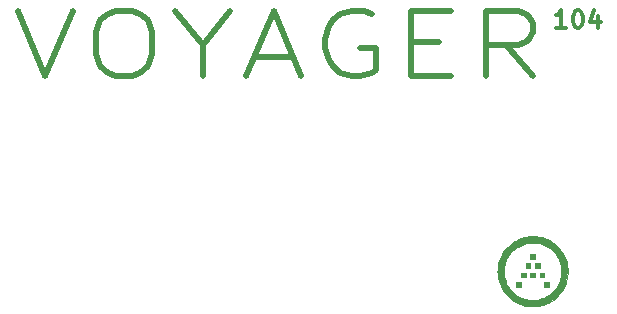
<source format=gto>
G04 #@! TF.GenerationSoftware,KiCad,Pcbnew,(5.0.0)*
G04 #@! TF.CreationDate,2019-02-16T19:44:34-08:00*
G04 #@! TF.ProjectId,Voyager104,566F79616765723130342E6B69636164,rev?*
G04 #@! TF.SameCoordinates,Original*
G04 #@! TF.FileFunction,Legend,Top*
G04 #@! TF.FilePolarity,Positive*
%FSLAX46Y46*%
G04 Gerber Fmt 4.6, Leading zero omitted, Abs format (unit mm)*
G04 Created by KiCad (PCBNEW (5.0.0)) date 02/16/19 19:44:34*
%MOMM*%
%LPD*%
G01*
G04 APERTURE LIST*
%ADD10C,0.300000*%
%ADD11C,0.500000*%
%ADD12C,0.010000*%
%ADD13C,2.150000*%
%ADD14C,4.387800*%
%ADD15C,3.448000*%
%ADD16O,1.400000X2.000000*%
%ADD17O,1.400000X2.500000*%
%ADD18C,1.050000*%
%ADD19C,2.101800*%
G04 APERTURE END LIST*
D10*
X379079250Y-100056071D02*
X378222107Y-100056071D01*
X378650678Y-100056071D02*
X378650678Y-98556071D01*
X378507821Y-98770357D01*
X378364964Y-98913214D01*
X378222107Y-98984642D01*
X380007821Y-98556071D02*
X380150678Y-98556071D01*
X380293535Y-98627500D01*
X380364964Y-98698928D01*
X380436392Y-98841785D01*
X380507821Y-99127500D01*
X380507821Y-99484642D01*
X380436392Y-99770357D01*
X380364964Y-99913214D01*
X380293535Y-99984642D01*
X380150678Y-100056071D01*
X380007821Y-100056071D01*
X379864964Y-99984642D01*
X379793535Y-99913214D01*
X379722107Y-99770357D01*
X379650678Y-99484642D01*
X379650678Y-99127500D01*
X379722107Y-98841785D01*
X379793535Y-98698928D01*
X379864964Y-98627500D01*
X380007821Y-98556071D01*
X381793535Y-99056071D02*
X381793535Y-100056071D01*
X381436392Y-98484642D02*
X381079250Y-99556071D01*
X382007821Y-99556071D01*
D11*
X332639583Y-98588095D02*
X334972916Y-104088095D01*
X337306250Y-98588095D01*
X340972916Y-98588095D02*
X342306250Y-98588095D01*
X342972916Y-98850000D01*
X343639583Y-99373809D01*
X343972916Y-100421428D01*
X343972916Y-102254761D01*
X343639583Y-103302380D01*
X342972916Y-103826190D01*
X342306250Y-104088095D01*
X340972916Y-104088095D01*
X340306250Y-103826190D01*
X339639583Y-103302380D01*
X339306250Y-102254761D01*
X339306250Y-100421428D01*
X339639583Y-99373809D01*
X340306250Y-98850000D01*
X340972916Y-98588095D01*
X348306250Y-101469047D02*
X348306250Y-104088095D01*
X345972916Y-98588095D02*
X348306250Y-101469047D01*
X350639583Y-98588095D01*
X352639583Y-102516666D02*
X355972916Y-102516666D01*
X351972916Y-104088095D02*
X354306250Y-98588095D01*
X356639583Y-104088095D01*
X362639583Y-98850000D02*
X361972916Y-98588095D01*
X360972916Y-98588095D01*
X359972916Y-98850000D01*
X359306250Y-99373809D01*
X358972916Y-99897619D01*
X358639583Y-100945238D01*
X358639583Y-101730952D01*
X358972916Y-102778571D01*
X359306250Y-103302380D01*
X359972916Y-103826190D01*
X360972916Y-104088095D01*
X361639583Y-104088095D01*
X362639583Y-103826190D01*
X362972916Y-103564285D01*
X362972916Y-101730952D01*
X361639583Y-101730952D01*
X365972916Y-101207142D02*
X368306250Y-101207142D01*
X369306250Y-104088095D02*
X365972916Y-104088095D01*
X365972916Y-98588095D01*
X369306250Y-98588095D01*
X376306250Y-104088095D02*
X373972916Y-101469047D01*
X372306250Y-104088095D02*
X372306250Y-98588095D01*
X374972916Y-98588095D01*
X375639583Y-98850000D01*
X375972916Y-99111904D01*
X376306250Y-99635714D01*
X376306250Y-100421428D01*
X375972916Y-100945238D01*
X375639583Y-101207142D01*
X374972916Y-101469047D01*
X372306250Y-101469047D01*
D12*
G04 #@! TO.C,G\002A\002A\002A*
G36*
X376428000Y-119570500D02*
X376023188Y-119570500D01*
X376023188Y-119165688D01*
X376428000Y-119165688D01*
X376428000Y-119570500D01*
X376428000Y-119570500D01*
G37*
X376428000Y-119570500D02*
X376023188Y-119570500D01*
X376023188Y-119165688D01*
X376428000Y-119165688D01*
X376428000Y-119570500D01*
G36*
X376832813Y-120356313D02*
X376428000Y-120356313D01*
X376428000Y-119975313D01*
X376832813Y-119975313D01*
X376832813Y-120356313D01*
X376832813Y-120356313D01*
G37*
X376832813Y-120356313D02*
X376428000Y-120356313D01*
X376428000Y-119975313D01*
X376832813Y-119975313D01*
X376832813Y-120356313D01*
G36*
X376023188Y-120356313D02*
X375642188Y-120356313D01*
X375642188Y-119975313D01*
X376023188Y-119975313D01*
X376023188Y-120356313D01*
X376023188Y-120356313D01*
G37*
X376023188Y-120356313D02*
X375642188Y-120356313D01*
X375642188Y-119975313D01*
X376023188Y-119975313D01*
X376023188Y-120356313D01*
G36*
X377213813Y-121165938D02*
X376832813Y-121165938D01*
X376832813Y-120761125D01*
X377213813Y-120761125D01*
X377213813Y-121165938D01*
X377213813Y-121165938D01*
G37*
X377213813Y-121165938D02*
X376832813Y-121165938D01*
X376832813Y-120761125D01*
X377213813Y-120761125D01*
X377213813Y-121165938D01*
G36*
X376428000Y-121165938D02*
X376023188Y-121165938D01*
X376023188Y-120761125D01*
X376428000Y-120761125D01*
X376428000Y-121165938D01*
X376428000Y-121165938D01*
G37*
X376428000Y-121165938D02*
X376023188Y-121165938D01*
X376023188Y-120761125D01*
X376428000Y-120761125D01*
X376428000Y-121165938D01*
G36*
X375642188Y-121165938D02*
X375237375Y-121165938D01*
X375237375Y-120761125D01*
X375642188Y-120761125D01*
X375642188Y-121165938D01*
X375642188Y-121165938D01*
G37*
X375642188Y-121165938D02*
X375237375Y-121165938D01*
X375237375Y-120761125D01*
X375642188Y-120761125D01*
X375642188Y-121165938D01*
G36*
X377618625Y-121951750D02*
X377213813Y-121951750D01*
X377213813Y-121546938D01*
X377618625Y-121546938D01*
X377618625Y-121951750D01*
X377618625Y-121951750D01*
G37*
X377618625Y-121951750D02*
X377213813Y-121951750D01*
X377213813Y-121546938D01*
X377618625Y-121546938D01*
X377618625Y-121951750D01*
G36*
X375237375Y-121951750D02*
X374832563Y-121951750D01*
X374832563Y-121546938D01*
X375237375Y-121546938D01*
X375237375Y-121951750D01*
X375237375Y-121951750D01*
G37*
X375237375Y-121951750D02*
X374832563Y-121951750D01*
X374832563Y-121546938D01*
X375237375Y-121546938D01*
X375237375Y-121951750D01*
G36*
X376241469Y-117678045D02*
X376365587Y-117679415D01*
X376477299Y-117683572D01*
X376579892Y-117690919D01*
X376676656Y-117701860D01*
X376770878Y-117716798D01*
X376865847Y-117736137D01*
X376964851Y-117760281D01*
X377010130Y-117772418D01*
X377218677Y-117837656D01*
X377420765Y-117916992D01*
X377615628Y-118010028D01*
X377802499Y-118116368D01*
X377980614Y-118235616D01*
X378132760Y-118353617D01*
X378290428Y-118494342D01*
X378437765Y-118645787D01*
X378574086Y-118806885D01*
X378698708Y-118976567D01*
X378810947Y-119153766D01*
X378910120Y-119337416D01*
X378995542Y-119526447D01*
X379066530Y-119719793D01*
X379115284Y-119887803D01*
X379148355Y-120027789D01*
X379173715Y-120159725D01*
X379192107Y-120288997D01*
X379204275Y-120420993D01*
X379210961Y-120561100D01*
X379211614Y-120586500D01*
X379208895Y-120804797D01*
X379190700Y-121019580D01*
X379157035Y-121230821D01*
X379107906Y-121438489D01*
X379043319Y-121642555D01*
X378979122Y-121806487D01*
X378951039Y-121871752D01*
X378926977Y-121925910D01*
X378905108Y-121972613D01*
X378883607Y-122015513D01*
X378860646Y-122058263D01*
X378834400Y-122104515D01*
X378805275Y-122154156D01*
X378686056Y-122340427D01*
X378555952Y-122515153D01*
X378414829Y-122678465D01*
X378262555Y-122830496D01*
X378098997Y-122971380D01*
X377924024Y-123101248D01*
X377741656Y-123217775D01*
X377688827Y-123248744D01*
X377642914Y-123274721D01*
X377600265Y-123297531D01*
X377557228Y-123319001D01*
X377510151Y-123340957D01*
X377455381Y-123365225D01*
X377393987Y-123391622D01*
X377297754Y-123431169D01*
X377209036Y-123464208D01*
X377121922Y-123492695D01*
X377030498Y-123518589D01*
X376947906Y-123539322D01*
X376783390Y-123574876D01*
X376626295Y-123600553D01*
X376472067Y-123616893D01*
X376316149Y-123624436D01*
X376225594Y-123625013D01*
X376174375Y-123624498D01*
X376126254Y-123623793D01*
X376084374Y-123622960D01*
X376051878Y-123622063D01*
X376031910Y-123621165D01*
X376031125Y-123621109D01*
X375814951Y-123597157D01*
X375602194Y-123558170D01*
X375393713Y-123504467D01*
X375190368Y-123436363D01*
X374993016Y-123354176D01*
X374802518Y-123258225D01*
X374619732Y-123148826D01*
X374468776Y-123043796D01*
X374295849Y-122905449D01*
X374135165Y-122757088D01*
X373986951Y-122599039D01*
X373851429Y-122431632D01*
X373728824Y-122255194D01*
X373619361Y-122070052D01*
X373523263Y-121876535D01*
X373440756Y-121674971D01*
X373372063Y-121465688D01*
X373359918Y-121422630D01*
X373333552Y-121320835D01*
X373312167Y-121224511D01*
X373295359Y-121130367D01*
X373282725Y-121035117D01*
X373273860Y-120935470D01*
X373268362Y-120828140D01*
X373265826Y-120709836D01*
X373265545Y-120653969D01*
X373266220Y-120598608D01*
X373798294Y-120598608D01*
X373798397Y-120678746D01*
X373800063Y-120758410D01*
X373803259Y-120833537D01*
X373807956Y-120900060D01*
X373811676Y-120935750D01*
X373843550Y-121133048D01*
X373890201Y-121324663D01*
X373951451Y-121510222D01*
X374027119Y-121689349D01*
X374117027Y-121861669D01*
X374220994Y-122026809D01*
X374338841Y-122184393D01*
X374470388Y-122334047D01*
X374492724Y-122357260D01*
X374626958Y-122484334D01*
X374772660Y-122602270D01*
X374927131Y-122709090D01*
X375087669Y-122802816D01*
X375133458Y-122826504D01*
X375207866Y-122863153D01*
X375273107Y-122893372D01*
X375333604Y-122918940D01*
X375393778Y-122941634D01*
X375458051Y-122963233D01*
X375523125Y-122983227D01*
X375712338Y-123032640D01*
X375898089Y-123067091D01*
X376081827Y-123086714D01*
X376265003Y-123091642D01*
X376449064Y-123082011D01*
X376515606Y-123075031D01*
X376702938Y-123046087D01*
X376882519Y-123004278D01*
X377056857Y-122948854D01*
X377228459Y-122879064D01*
X377325416Y-122832866D01*
X377496048Y-122739447D01*
X377655464Y-122635712D01*
X377804422Y-122520974D01*
X377943679Y-122394550D01*
X378073994Y-122255754D01*
X378196124Y-122103903D01*
X378304392Y-121948259D01*
X378329518Y-121907068D01*
X378358841Y-121854940D01*
X378390541Y-121795496D01*
X378422799Y-121732356D01*
X378453793Y-121669140D01*
X378481706Y-121609467D01*
X378504715Y-121556957D01*
X378518153Y-121523125D01*
X378581020Y-121331584D01*
X378628416Y-121138845D01*
X378660300Y-120945450D01*
X378676630Y-120751940D01*
X378677368Y-120558857D01*
X378662472Y-120366742D01*
X378631902Y-120176136D01*
X378622099Y-120130094D01*
X378588450Y-119993801D01*
X378550142Y-119867618D01*
X378505204Y-119746007D01*
X378451663Y-119623432D01*
X378414004Y-119545958D01*
X378320299Y-119377110D01*
X378213474Y-119216673D01*
X378094298Y-119065368D01*
X377963537Y-118923914D01*
X377821960Y-118793031D01*
X377670334Y-118673440D01*
X377509427Y-118565860D01*
X377340007Y-118471011D01*
X377195825Y-118403480D01*
X377024197Y-118337085D01*
X376851643Y-118285087D01*
X376676156Y-118247078D01*
X376495726Y-118222651D01*
X376308345Y-118211397D01*
X376245438Y-118210507D01*
X376047343Y-118216877D01*
X375855715Y-118237522D01*
X375669781Y-118272673D01*
X375488765Y-118322567D01*
X375311894Y-118387435D01*
X375138394Y-118467513D01*
X374967491Y-118563035D01*
X374866794Y-118627244D01*
X374727361Y-118728772D01*
X374593163Y-118843278D01*
X374465841Y-118968839D01*
X374347035Y-119103531D01*
X374238386Y-119245431D01*
X374141535Y-119392615D01*
X374058122Y-119543161D01*
X374023326Y-119616080D01*
X373961923Y-119760939D01*
X373911692Y-119900178D01*
X373871435Y-120038126D01*
X373839956Y-120179114D01*
X373816056Y-120327471D01*
X373807655Y-120396000D01*
X373802892Y-120453170D01*
X373799782Y-120522061D01*
X373798294Y-120598608D01*
X373266220Y-120598608D01*
X373267290Y-120510973D01*
X373273164Y-120380106D01*
X373283738Y-120258025D01*
X373299585Y-120141385D01*
X373321277Y-120026844D01*
X373349387Y-119911059D01*
X373384486Y-119790687D01*
X373427147Y-119662384D01*
X373442841Y-119618125D01*
X373521226Y-119423406D01*
X373614066Y-119235072D01*
X373721172Y-119053385D01*
X373842352Y-118878608D01*
X373977417Y-118711003D01*
X374126174Y-118550833D01*
X374288433Y-118398360D01*
X374395271Y-118308179D01*
X374481100Y-118242686D01*
X374578639Y-118175360D01*
X374684248Y-118108412D01*
X374794286Y-118044055D01*
X374905113Y-117984500D01*
X375013089Y-117931958D01*
X375019094Y-117929215D01*
X375089054Y-117899342D01*
X375170235Y-117867956D01*
X375258267Y-117836536D01*
X375348779Y-117806562D01*
X375437401Y-117779511D01*
X375519764Y-117756864D01*
X375551650Y-117748971D01*
X375644875Y-117728203D01*
X375733849Y-117711543D01*
X375821853Y-117698652D01*
X375912169Y-117689195D01*
X376008078Y-117682832D01*
X376112860Y-117679228D01*
X376229795Y-117678044D01*
X376241469Y-117678045D01*
X376241469Y-117678045D01*
G37*
X376241469Y-117678045D02*
X376365587Y-117679415D01*
X376477299Y-117683572D01*
X376579892Y-117690919D01*
X376676656Y-117701860D01*
X376770878Y-117716798D01*
X376865847Y-117736137D01*
X376964851Y-117760281D01*
X377010130Y-117772418D01*
X377218677Y-117837656D01*
X377420765Y-117916992D01*
X377615628Y-118010028D01*
X377802499Y-118116368D01*
X377980614Y-118235616D01*
X378132760Y-118353617D01*
X378290428Y-118494342D01*
X378437765Y-118645787D01*
X378574086Y-118806885D01*
X378698708Y-118976567D01*
X378810947Y-119153766D01*
X378910120Y-119337416D01*
X378995542Y-119526447D01*
X379066530Y-119719793D01*
X379115284Y-119887803D01*
X379148355Y-120027789D01*
X379173715Y-120159725D01*
X379192107Y-120288997D01*
X379204275Y-120420993D01*
X379210961Y-120561100D01*
X379211614Y-120586500D01*
X379208895Y-120804797D01*
X379190700Y-121019580D01*
X379157035Y-121230821D01*
X379107906Y-121438489D01*
X379043319Y-121642555D01*
X378979122Y-121806487D01*
X378951039Y-121871752D01*
X378926977Y-121925910D01*
X378905108Y-121972613D01*
X378883607Y-122015513D01*
X378860646Y-122058263D01*
X378834400Y-122104515D01*
X378805275Y-122154156D01*
X378686056Y-122340427D01*
X378555952Y-122515153D01*
X378414829Y-122678465D01*
X378262555Y-122830496D01*
X378098997Y-122971380D01*
X377924024Y-123101248D01*
X377741656Y-123217775D01*
X377688827Y-123248744D01*
X377642914Y-123274721D01*
X377600265Y-123297531D01*
X377557228Y-123319001D01*
X377510151Y-123340957D01*
X377455381Y-123365225D01*
X377393987Y-123391622D01*
X377297754Y-123431169D01*
X377209036Y-123464208D01*
X377121922Y-123492695D01*
X377030498Y-123518589D01*
X376947906Y-123539322D01*
X376783390Y-123574876D01*
X376626295Y-123600553D01*
X376472067Y-123616893D01*
X376316149Y-123624436D01*
X376225594Y-123625013D01*
X376174375Y-123624498D01*
X376126254Y-123623793D01*
X376084374Y-123622960D01*
X376051878Y-123622063D01*
X376031910Y-123621165D01*
X376031125Y-123621109D01*
X375814951Y-123597157D01*
X375602194Y-123558170D01*
X375393713Y-123504467D01*
X375190368Y-123436363D01*
X374993016Y-123354176D01*
X374802518Y-123258225D01*
X374619732Y-123148826D01*
X374468776Y-123043796D01*
X374295849Y-122905449D01*
X374135165Y-122757088D01*
X373986951Y-122599039D01*
X373851429Y-122431632D01*
X373728824Y-122255194D01*
X373619361Y-122070052D01*
X373523263Y-121876535D01*
X373440756Y-121674971D01*
X373372063Y-121465688D01*
X373359918Y-121422630D01*
X373333552Y-121320835D01*
X373312167Y-121224511D01*
X373295359Y-121130367D01*
X373282725Y-121035117D01*
X373273860Y-120935470D01*
X373268362Y-120828140D01*
X373265826Y-120709836D01*
X373265545Y-120653969D01*
X373266220Y-120598608D01*
X373798294Y-120598608D01*
X373798397Y-120678746D01*
X373800063Y-120758410D01*
X373803259Y-120833537D01*
X373807956Y-120900060D01*
X373811676Y-120935750D01*
X373843550Y-121133048D01*
X373890201Y-121324663D01*
X373951451Y-121510222D01*
X374027119Y-121689349D01*
X374117027Y-121861669D01*
X374220994Y-122026809D01*
X374338841Y-122184393D01*
X374470388Y-122334047D01*
X374492724Y-122357260D01*
X374626958Y-122484334D01*
X374772660Y-122602270D01*
X374927131Y-122709090D01*
X375087669Y-122802816D01*
X375133458Y-122826504D01*
X375207866Y-122863153D01*
X375273107Y-122893372D01*
X375333604Y-122918940D01*
X375393778Y-122941634D01*
X375458051Y-122963233D01*
X375523125Y-122983227D01*
X375712338Y-123032640D01*
X375898089Y-123067091D01*
X376081827Y-123086714D01*
X376265003Y-123091642D01*
X376449064Y-123082011D01*
X376515606Y-123075031D01*
X376702938Y-123046087D01*
X376882519Y-123004278D01*
X377056857Y-122948854D01*
X377228459Y-122879064D01*
X377325416Y-122832866D01*
X377496048Y-122739447D01*
X377655464Y-122635712D01*
X377804422Y-122520974D01*
X377943679Y-122394550D01*
X378073994Y-122255754D01*
X378196124Y-122103903D01*
X378304392Y-121948259D01*
X378329518Y-121907068D01*
X378358841Y-121854940D01*
X378390541Y-121795496D01*
X378422799Y-121732356D01*
X378453793Y-121669140D01*
X378481706Y-121609467D01*
X378504715Y-121556957D01*
X378518153Y-121523125D01*
X378581020Y-121331584D01*
X378628416Y-121138845D01*
X378660300Y-120945450D01*
X378676630Y-120751940D01*
X378677368Y-120558857D01*
X378662472Y-120366742D01*
X378631902Y-120176136D01*
X378622099Y-120130094D01*
X378588450Y-119993801D01*
X378550142Y-119867618D01*
X378505204Y-119746007D01*
X378451663Y-119623432D01*
X378414004Y-119545958D01*
X378320299Y-119377110D01*
X378213474Y-119216673D01*
X378094298Y-119065368D01*
X377963537Y-118923914D01*
X377821960Y-118793031D01*
X377670334Y-118673440D01*
X377509427Y-118565860D01*
X377340007Y-118471011D01*
X377195825Y-118403480D01*
X377024197Y-118337085D01*
X376851643Y-118285087D01*
X376676156Y-118247078D01*
X376495726Y-118222651D01*
X376308345Y-118211397D01*
X376245438Y-118210507D01*
X376047343Y-118216877D01*
X375855715Y-118237522D01*
X375669781Y-118272673D01*
X375488765Y-118322567D01*
X375311894Y-118387435D01*
X375138394Y-118467513D01*
X374967491Y-118563035D01*
X374866794Y-118627244D01*
X374727361Y-118728772D01*
X374593163Y-118843278D01*
X374465841Y-118968839D01*
X374347035Y-119103531D01*
X374238386Y-119245431D01*
X374141535Y-119392615D01*
X374058122Y-119543161D01*
X374023326Y-119616080D01*
X373961923Y-119760939D01*
X373911692Y-119900178D01*
X373871435Y-120038126D01*
X373839956Y-120179114D01*
X373816056Y-120327471D01*
X373807655Y-120396000D01*
X373802892Y-120453170D01*
X373799782Y-120522061D01*
X373798294Y-120598608D01*
X373266220Y-120598608D01*
X373267290Y-120510973D01*
X373273164Y-120380106D01*
X373283738Y-120258025D01*
X373299585Y-120141385D01*
X373321277Y-120026844D01*
X373349387Y-119911059D01*
X373384486Y-119790687D01*
X373427147Y-119662384D01*
X373442841Y-119618125D01*
X373521226Y-119423406D01*
X373614066Y-119235072D01*
X373721172Y-119053385D01*
X373842352Y-118878608D01*
X373977417Y-118711003D01*
X374126174Y-118550833D01*
X374288433Y-118398360D01*
X374395271Y-118308179D01*
X374481100Y-118242686D01*
X374578639Y-118175360D01*
X374684248Y-118108412D01*
X374794286Y-118044055D01*
X374905113Y-117984500D01*
X375013089Y-117931958D01*
X375019094Y-117929215D01*
X375089054Y-117899342D01*
X375170235Y-117867956D01*
X375258267Y-117836536D01*
X375348779Y-117806562D01*
X375437401Y-117779511D01*
X375519764Y-117756864D01*
X375551650Y-117748971D01*
X375644875Y-117728203D01*
X375733849Y-117711543D01*
X375821853Y-117698652D01*
X375912169Y-117689195D01*
X376008078Y-117682832D01*
X376112860Y-117679228D01*
X376229795Y-117678044D01*
X376241469Y-117678045D01*
G04 #@! TD*
%LPC*%
D13*
G04 #@! TO.C,MX_.1*
X247967500Y-120650000D03*
X237807500Y-120650000D03*
D14*
X242887500Y-120650000D03*
G04 #@! TD*
D13*
G04 #@! TO.C,MX_\002C1*
X228917500Y-120650000D03*
X218757500Y-120650000D03*
D14*
X223837500Y-120650000D03*
G04 #@! TD*
G04 #@! TO.C,MX_#1*
X66675000Y-63500000D03*
D13*
X61595000Y-63500000D03*
X71755000Y-63500000D03*
G04 #@! TD*
G04 #@! TO.C,MX_#2*
X90805000Y-63500000D03*
X80645000Y-63500000D03*
D14*
X85725000Y-63500000D03*
G04 #@! TD*
G04 #@! TO.C,MX_#3*
X104775000Y-63500000D03*
D13*
X99695000Y-63500000D03*
X109855000Y-63500000D03*
G04 #@! TD*
G04 #@! TO.C,MX_#4*
X128905000Y-63500000D03*
X118745000Y-63500000D03*
D14*
X123825000Y-63500000D03*
G04 #@! TD*
D13*
G04 #@! TO.C,MX_#5*
X147955000Y-63500000D03*
X137795000Y-63500000D03*
D14*
X142875000Y-63500000D03*
G04 #@! TD*
D13*
G04 #@! TO.C,MX_#6*
X167005000Y-63500000D03*
X156845000Y-63500000D03*
D14*
X161925000Y-63500000D03*
G04 #@! TD*
D13*
G04 #@! TO.C,MX_#7*
X186055000Y-63500000D03*
X175895000Y-63500000D03*
D14*
X180975000Y-63500000D03*
G04 #@! TD*
G04 #@! TO.C,MX_#8*
X200025000Y-63500000D03*
D13*
X194945000Y-63500000D03*
X205105000Y-63500000D03*
G04 #@! TD*
D14*
G04 #@! TO.C,MX_#9*
X219075000Y-63500000D03*
D13*
X213995000Y-63500000D03*
X224155000Y-63500000D03*
G04 #@! TD*
D14*
G04 #@! TO.C,MX_#0_1*
X238125000Y-63500000D03*
D13*
X233045000Y-63500000D03*
X243205000Y-63500000D03*
G04 #@! TD*
G04 #@! TO.C,MX_'1*
X276542500Y-101600000D03*
X266382500Y-101600000D03*
D14*
X271462500Y-101600000D03*
G04 #@! TD*
G04 #@! TO.C,MX_-1*
X257175000Y-63500000D03*
D13*
X252095000Y-63500000D03*
X262255000Y-63500000D03*
G04 #@! TD*
G04 #@! TO.C,MX_/1*
X267017500Y-120650000D03*
X256857500Y-120650000D03*
D14*
X261937500Y-120650000D03*
G04 #@! TD*
G04 #@! TO.C,MX_;1*
X252412500Y-101600000D03*
D13*
X247332500Y-101600000D03*
X257492500Y-101600000D03*
G04 #@! TD*
D14*
G04 #@! TO.C,MX_=1*
X276225000Y-63500000D03*
D13*
X271145000Y-63500000D03*
X281305000Y-63500000D03*
G04 #@! TD*
D14*
G04 #@! TO.C,MX_[1*
X266700000Y-82550000D03*
D13*
X261620000Y-82550000D03*
X271780000Y-82550000D03*
G04 #@! TD*
G04 #@! TO.C,MX_\005C1*
X314642500Y-82550000D03*
X304482500Y-82550000D03*
D14*
X309562500Y-82550000D03*
G04 #@! TD*
D13*
G04 #@! TO.C,MX_]1*
X290830000Y-82550000D03*
X280670000Y-82550000D03*
D14*
X285750000Y-82550000D03*
G04 #@! TD*
G04 #@! TO.C,MX_`1*
X47625000Y-63500000D03*
D13*
X42545000Y-63500000D03*
X52705000Y-63500000D03*
G04 #@! TD*
D14*
G04 #@! TO.C,MX_A1*
X80962500Y-101600000D03*
D13*
X75882500Y-101600000D03*
X86042500Y-101600000D03*
G04 #@! TD*
D14*
G04 #@! TO.C,MX_B1*
X166687500Y-120650000D03*
D13*
X161607500Y-120650000D03*
X171767500Y-120650000D03*
G04 #@! TD*
D14*
G04 #@! TO.C,MX_C1*
X128587500Y-120650000D03*
D13*
X123507500Y-120650000D03*
X133667500Y-120650000D03*
G04 #@! TD*
G04 #@! TO.C,MX_D1*
X124142500Y-101600000D03*
X113982500Y-101600000D03*
D14*
X119062500Y-101600000D03*
G04 #@! TD*
G04 #@! TO.C,MX_E1*
X114300000Y-82550000D03*
D13*
X109220000Y-82550000D03*
X119380000Y-82550000D03*
G04 #@! TD*
D14*
G04 #@! TO.C,MX_ESC1*
X47625000Y-39687500D03*
D13*
X42545000Y-39687500D03*
X52705000Y-39687500D03*
G04 #@! TD*
D14*
G04 #@! TO.C,MX_F1*
X138112500Y-101600000D03*
D13*
X133032500Y-101600000D03*
X143192500Y-101600000D03*
G04 #@! TD*
G04 #@! TO.C,MX_FN1*
X90805000Y-39687500D03*
X80645000Y-39687500D03*
D14*
X85725000Y-39687500D03*
G04 #@! TD*
G04 #@! TO.C,MX_FN2*
X104775000Y-39687500D03*
D13*
X99695000Y-39687500D03*
X109855000Y-39687500D03*
G04 #@! TD*
D14*
G04 #@! TO.C,MX_FN3*
X123825000Y-39687500D03*
D13*
X118745000Y-39687500D03*
X128905000Y-39687500D03*
G04 #@! TD*
D14*
G04 #@! TO.C,MX_FN4*
X142875000Y-39687500D03*
D13*
X137795000Y-39687500D03*
X147955000Y-39687500D03*
G04 #@! TD*
D14*
G04 #@! TO.C,MX_FN5*
X171450000Y-39687500D03*
D13*
X166370000Y-39687500D03*
X176530000Y-39687500D03*
G04 #@! TD*
G04 #@! TO.C,MX_FN6*
X195580000Y-39687500D03*
X185420000Y-39687500D03*
D14*
X190500000Y-39687500D03*
G04 #@! TD*
G04 #@! TO.C,MX_FN7*
X209550000Y-39687500D03*
D13*
X204470000Y-39687500D03*
X214630000Y-39687500D03*
G04 #@! TD*
D14*
G04 #@! TO.C,MX_FN8*
X228600000Y-39687500D03*
D13*
X223520000Y-39687500D03*
X233680000Y-39687500D03*
G04 #@! TD*
G04 #@! TO.C,MX_FN9*
X262255000Y-39687500D03*
X252095000Y-39687500D03*
D14*
X257175000Y-39687500D03*
G04 #@! TD*
D13*
G04 #@! TO.C,MX_FN10*
X281305000Y-39687500D03*
X271145000Y-39687500D03*
D14*
X276225000Y-39687500D03*
G04 #@! TD*
D13*
G04 #@! TO.C,MX_FN11*
X300355000Y-39687500D03*
X290195000Y-39687500D03*
D14*
X295275000Y-39687500D03*
G04 #@! TD*
D13*
G04 #@! TO.C,MX_FN12*
X319405000Y-39687500D03*
X309245000Y-39687500D03*
D14*
X314325000Y-39687500D03*
G04 #@! TD*
G04 #@! TO.C,MX_G1*
X157162500Y-101600000D03*
D13*
X152082500Y-101600000D03*
X162242500Y-101600000D03*
G04 #@! TD*
G04 #@! TO.C,MX_H1*
X181292500Y-101600000D03*
X171132500Y-101600000D03*
D14*
X176212500Y-101600000D03*
G04 #@! TD*
G04 #@! TO.C,MX_I1*
X209550000Y-82550000D03*
D13*
X204470000Y-82550000D03*
X214630000Y-82550000D03*
G04 #@! TD*
D14*
G04 #@! TO.C,MX_J1*
X195262500Y-101600000D03*
D13*
X190182500Y-101600000D03*
X200342500Y-101600000D03*
G04 #@! TD*
D14*
G04 #@! TO.C,MX_K1*
X214312500Y-101600000D03*
D13*
X209232500Y-101600000D03*
X219392500Y-101600000D03*
G04 #@! TD*
D14*
G04 #@! TO.C,MX_L1*
X233362500Y-101600000D03*
D13*
X228282500Y-101600000D03*
X238442500Y-101600000D03*
G04 #@! TD*
D14*
G04 #@! TO.C,MX_M1*
X204787500Y-120650000D03*
D13*
X199707500Y-120650000D03*
X209867500Y-120650000D03*
G04 #@! TD*
D14*
G04 #@! TO.C,MX_N1*
X185737500Y-120650000D03*
D13*
X180657500Y-120650000D03*
X190817500Y-120650000D03*
G04 #@! TD*
G04 #@! TO.C,MX_O1*
X233680000Y-82550000D03*
X223520000Y-82550000D03*
D14*
X228600000Y-82550000D03*
G04 #@! TD*
D13*
G04 #@! TO.C,MX_P1*
X252730000Y-82550000D03*
X242570000Y-82550000D03*
D14*
X247650000Y-82550000D03*
G04 #@! TD*
G04 #@! TO.C,MX_Q1*
X76200000Y-82550000D03*
D13*
X71120000Y-82550000D03*
X81280000Y-82550000D03*
G04 #@! TD*
G04 #@! TO.C,MX_R1*
X138430000Y-82550000D03*
X128270000Y-82550000D03*
D14*
X133350000Y-82550000D03*
G04 #@! TD*
G04 #@! TO.C,MX_RETURN1*
X314356750Y-109855000D03*
X290480750Y-109855000D03*
D15*
X314356750Y-94615000D03*
X290480750Y-94615000D03*
D13*
X307498750Y-101600000D03*
X297338750Y-101600000D03*
D14*
X302418750Y-101600000D03*
G04 #@! TD*
D13*
G04 #@! TO.C,MX_S1*
X105092500Y-101600000D03*
X94932500Y-101600000D03*
D14*
X100012500Y-101600000D03*
G04 #@! TD*
G04 #@! TO.C,MX_T1*
X152400000Y-82550000D03*
D13*
X147320000Y-82550000D03*
X157480000Y-82550000D03*
G04 #@! TD*
D14*
G04 #@! TO.C,MX_TAB1*
X52387500Y-82550000D03*
D13*
X47307500Y-82550000D03*
X57467500Y-82550000D03*
G04 #@! TD*
D14*
G04 #@! TO.C,MX_U1*
X190500000Y-82550000D03*
D13*
X185420000Y-82550000D03*
X195580000Y-82550000D03*
G04 #@! TD*
G04 #@! TO.C,MX_V1*
X152717500Y-120650000D03*
X142557500Y-120650000D03*
D14*
X147637500Y-120650000D03*
G04 #@! TD*
D13*
G04 #@! TO.C,MX_W1*
X100330000Y-82550000D03*
X90170000Y-82550000D03*
D14*
X95250000Y-82550000D03*
G04 #@! TD*
D13*
G04 #@! TO.C,MX_X1*
X114617500Y-120650000D03*
X104457500Y-120650000D03*
D14*
X109537500Y-120650000D03*
G04 #@! TD*
G04 #@! TO.C,MX_Y1*
X171450000Y-82550000D03*
D13*
X166370000Y-82550000D03*
X176530000Y-82550000D03*
G04 #@! TD*
G04 #@! TO.C,MX_Z1*
X95567500Y-120650000D03*
X85407500Y-120650000D03*
D14*
X90487500Y-120650000D03*
G04 #@! TD*
D16*
G04 #@! TO.C,USB1*
X330551250Y-25333000D03*
X321911250Y-25333000D03*
D17*
X330551250Y-29513000D03*
X321911250Y-29513000D03*
D18*
X323341250Y-28983000D03*
X329121250Y-28983000D03*
G04 #@! TD*
D14*
G04 #@! TO.C,MX_\005C2*
X290512500Y-101600000D03*
D13*
X285432500Y-101600000D03*
X295592500Y-101600000D03*
G04 #@! TD*
D14*
G04 #@! TO.C,MX_BACK1*
X304800000Y-63500000D03*
D13*
X299720000Y-63500000D03*
X309880000Y-63500000D03*
D15*
X292862000Y-56515000D03*
X316738000Y-56515000D03*
D14*
X292862000Y-71755000D03*
X316738000Y-71755000D03*
G04 #@! TD*
D13*
G04 #@! TO.C,MX_BACK2*
X300355000Y-63500000D03*
X290195000Y-63500000D03*
D14*
X295275000Y-63500000D03*
G04 #@! TD*
G04 #@! TO.C,MX_BACK3*
X314325000Y-63500000D03*
D13*
X309245000Y-63500000D03*
X319405000Y-63500000D03*
G04 #@! TD*
G04 #@! TO.C,MX_CLOCK1*
X59848750Y-101600000D03*
X49688750Y-101600000D03*
D14*
X54768750Y-101600000D03*
G04 #@! TD*
G04 #@! TO.C,MX_CLOCK2*
X50006250Y-101600000D03*
D13*
X44926250Y-101600000D03*
X55086250Y-101600000D03*
G04 #@! TD*
G04 #@! TO.C,MX_DEL1*
X343217500Y-82550000D03*
X333057500Y-82550000D03*
D14*
X338137500Y-82550000D03*
G04 #@! TD*
D13*
G04 #@! TO.C,MX_DN1*
X362267500Y-139700000D03*
X352107500Y-139700000D03*
D14*
X357187500Y-139700000D03*
G04 #@! TD*
G04 #@! TO.C,MX_END1*
X357187500Y-82550000D03*
D13*
X352107500Y-82550000D03*
X362267500Y-82550000D03*
G04 #@! TD*
G04 #@! TO.C,MX_HOME1*
X362267500Y-63500000D03*
X352107500Y-63500000D03*
D14*
X357187500Y-63500000D03*
G04 #@! TD*
D13*
G04 #@! TO.C,MX_INS1*
X343217500Y-63500000D03*
X333057500Y-63500000D03*
D14*
X338137500Y-63500000D03*
G04 #@! TD*
D13*
G04 #@! TO.C,MX_LALT1*
X102711250Y-139700000D03*
X92551250Y-139700000D03*
D14*
X97631250Y-139700000D03*
G04 #@! TD*
G04 #@! TO.C,MX_LCTRL1*
X50006250Y-139700000D03*
D13*
X44926250Y-139700000D03*
X55086250Y-139700000D03*
G04 #@! TD*
G04 #@! TO.C,MX_LCTRL2*
X57467500Y-139700000D03*
X47307500Y-139700000D03*
D14*
X52387500Y-139700000D03*
G04 #@! TD*
G04 #@! TO.C,MX_LFT1*
X338137500Y-139700000D03*
D13*
X333057500Y-139700000D03*
X343217500Y-139700000D03*
G04 #@! TD*
G04 #@! TO.C,MX_LGUI1*
X78898750Y-139700000D03*
X68738750Y-139700000D03*
D14*
X73818750Y-139700000D03*
G04 #@! TD*
G04 #@! TO.C,MX_LSHIFT1*
X59531250Y-120650000D03*
D13*
X54451250Y-120650000D03*
X64611250Y-120650000D03*
D15*
X47593250Y-113665000D03*
X71469250Y-113665000D03*
D14*
X47593250Y-128905000D03*
X71469250Y-128905000D03*
G04 #@! TD*
D13*
G04 #@! TO.C,MX_LSHIFT2*
X55086250Y-120650000D03*
X44926250Y-120650000D03*
D14*
X50006250Y-120650000D03*
G04 #@! TD*
D13*
G04 #@! TO.C,MX_LSHIFT3*
X76517500Y-120650000D03*
X66357500Y-120650000D03*
D14*
X71437500Y-120650000D03*
G04 #@! TD*
G04 #@! TO.C,MX_PAUSE1*
X376237500Y-39687500D03*
D13*
X371157500Y-39687500D03*
X381317500Y-39687500D03*
G04 #@! TD*
G04 #@! TO.C,MX_PGDN1*
X381317500Y-82550000D03*
X371157500Y-82550000D03*
D14*
X376237500Y-82550000D03*
G04 #@! TD*
D13*
G04 #@! TO.C,MX_PGUP1*
X381317500Y-63500000D03*
X371157500Y-63500000D03*
D14*
X376237500Y-63500000D03*
G04 #@! TD*
G04 #@! TO.C,MX_PRINT1*
X338137500Y-39687500D03*
D13*
X333057500Y-39687500D03*
X343217500Y-39687500D03*
G04 #@! TD*
D14*
G04 #@! TO.C,MX_RALT1*
X240506250Y-139700000D03*
D13*
X235426250Y-139700000D03*
X245586250Y-139700000D03*
G04 #@! TD*
D14*
G04 #@! TO.C,MX_RETURN2*
X311943750Y-92075000D03*
D19*
X311943750Y-86995000D03*
X311943750Y-97155000D03*
D15*
X318928750Y-104013000D03*
X318928750Y-80137000D03*
D14*
X303688750Y-104013000D03*
X303688750Y-80137000D03*
G04 #@! TD*
G04 #@! TO.C,MX_RSHIFT1*
X297656250Y-120650000D03*
D13*
X292576250Y-120650000D03*
X302736250Y-120650000D03*
D15*
X285718250Y-113665000D03*
X309594250Y-113665000D03*
D14*
X285718250Y-128905000D03*
X309594250Y-128905000D03*
G04 #@! TD*
G04 #@! TO.C,MX_RSHIFT2*
X288131250Y-120650000D03*
D13*
X283051250Y-120650000D03*
X293211250Y-120650000D03*
G04 #@! TD*
D14*
G04 #@! TO.C,MX_RSHIFT3*
X314325000Y-120650000D03*
D13*
X309245000Y-120650000D03*
X319405000Y-120650000D03*
G04 #@! TD*
D14*
G04 #@! TO.C,MX_RT1*
X376237500Y-139700000D03*
D13*
X371157500Y-139700000D03*
X381317500Y-139700000D03*
G04 #@! TD*
G04 #@! TO.C,MX_SLOCK1*
X362267500Y-39687500D03*
X352107500Y-39687500D03*
D14*
X357187500Y-39687500D03*
G04 #@! TD*
G04 #@! TO.C,MX_SP1*
X169068750Y-139700000D03*
D13*
X163988750Y-139700000D03*
X174148750Y-139700000D03*
D15*
X119068850Y-146685000D03*
X219068650Y-146685000D03*
D14*
X119068850Y-131445000D03*
X219068650Y-131445000D03*
G04 #@! TD*
G04 #@! TO.C,MX_SP2*
X180975000Y-139700000D03*
D13*
X175895000Y-139700000D03*
X186055000Y-139700000D03*
D15*
X123825000Y-146685000D03*
X238125000Y-146685000D03*
D14*
X123825000Y-131445000D03*
X238125000Y-131445000D03*
G04 #@! TD*
G04 #@! TO.C,MX_UP1*
X357187500Y-120650000D03*
D13*
X352107500Y-120650000D03*
X362267500Y-120650000D03*
G04 #@! TD*
D14*
G04 #@! TO.C,MX_LALT2*
X100012500Y-139700000D03*
D13*
X94932500Y-139700000D03*
X105092500Y-139700000D03*
G04 #@! TD*
D14*
G04 #@! TO.C,MX_LGUI2*
X76200000Y-139700000D03*
D13*
X71120000Y-139700000D03*
X81280000Y-139700000D03*
G04 #@! TD*
D14*
G04 #@! TO.C,MX_RALT2*
X261937500Y-139700000D03*
D13*
X256857500Y-139700000D03*
X267017500Y-139700000D03*
G04 #@! TD*
D14*
G04 #@! TO.C,MX_RGUI1*
X264318750Y-139700000D03*
D13*
X259238750Y-139700000D03*
X269398750Y-139700000D03*
G04 #@! TD*
G04 #@! TO.C,MX_RCTRL1*
X317023750Y-139700000D03*
X306863750Y-139700000D03*
D14*
X311943750Y-139700000D03*
G04 #@! TD*
G04 #@! TO.C,MX_RCTRL2*
X309562500Y-139700000D03*
D13*
X304482500Y-139700000D03*
X314642500Y-139700000D03*
G04 #@! TD*
D14*
G04 #@! TO.C,MX_RGUI2*
X285750000Y-139700000D03*
D13*
X280670000Y-139700000D03*
X290830000Y-139700000D03*
G04 #@! TD*
D14*
G04 #@! TO.C,MX_RMENU1*
X288131250Y-139700000D03*
D13*
X283051250Y-139700000D03*
X293211250Y-139700000D03*
G04 #@! TD*
D14*
G04 #@! TO.C,MX_NUM1*
X400050000Y-39687500D03*
D13*
X394970000Y-39687500D03*
X405130000Y-39687500D03*
G04 #@! TD*
D14*
G04 #@! TO.C,MX_NUM2*
X419100000Y-39687500D03*
D13*
X414020000Y-39687500D03*
X424180000Y-39687500D03*
G04 #@! TD*
G04 #@! TO.C,MX_NUM3*
X443230000Y-39687500D03*
X433070000Y-39687500D03*
D14*
X438150000Y-39687500D03*
G04 #@! TD*
D13*
G04 #@! TO.C,MX_NUM4*
X462280000Y-39687500D03*
X452120000Y-39687500D03*
D14*
X457200000Y-39687500D03*
G04 #@! TD*
D13*
G04 #@! TO.C,MX_NUM5*
X405130000Y-63500000D03*
X394970000Y-63500000D03*
D14*
X400050000Y-63500000D03*
G04 #@! TD*
G04 #@! TO.C,MX_NUM6*
X419100000Y-63500000D03*
D13*
X414020000Y-63500000D03*
X424180000Y-63500000D03*
G04 #@! TD*
G04 #@! TO.C,MX_NUM7*
X443230000Y-63500000D03*
X433070000Y-63500000D03*
D14*
X438150000Y-63500000D03*
G04 #@! TD*
G04 #@! TO.C,MX_NUM8*
X457200000Y-63500000D03*
D13*
X452120000Y-63500000D03*
X462280000Y-63500000D03*
G04 #@! TD*
D14*
G04 #@! TO.C,MX_NUM9*
X400050000Y-82550000D03*
D13*
X394970000Y-82550000D03*
X405130000Y-82550000D03*
G04 #@! TD*
G04 #@! TO.C,MX_NUM10*
X424180000Y-82550000D03*
X414020000Y-82550000D03*
D14*
X419100000Y-82550000D03*
G04 #@! TD*
D13*
G04 #@! TO.C,MX_NUM11*
X443230000Y-82550000D03*
X433070000Y-82550000D03*
D14*
X438150000Y-82550000D03*
G04 #@! TD*
D13*
G04 #@! TO.C,MX_NUM12*
X462280000Y-82550000D03*
X452120000Y-82550000D03*
D14*
X457200000Y-82550000D03*
G04 #@! TD*
D13*
G04 #@! TO.C,MX_NUM13*
X405130000Y-101600000D03*
X394970000Y-101600000D03*
D14*
X400050000Y-101600000D03*
G04 #@! TD*
G04 #@! TO.C,MX_NUM14*
X419100000Y-101600000D03*
D13*
X414020000Y-101600000D03*
X424180000Y-101600000D03*
G04 #@! TD*
D14*
G04 #@! TO.C,MX_NUM15*
X438150000Y-101600000D03*
D13*
X433070000Y-101600000D03*
X443230000Y-101600000D03*
G04 #@! TD*
D14*
G04 #@! TO.C,MX_NUM16*
X457200000Y-101600000D03*
D13*
X452120000Y-101600000D03*
X462280000Y-101600000D03*
G04 #@! TD*
D14*
G04 #@! TO.C,MX_NUM17*
X400050000Y-120650000D03*
D13*
X394970000Y-120650000D03*
X405130000Y-120650000D03*
G04 #@! TD*
D14*
G04 #@! TO.C,MX_NUM18*
X419100000Y-120650000D03*
D13*
X414020000Y-120650000D03*
X424180000Y-120650000D03*
G04 #@! TD*
G04 #@! TO.C,MX_NUM19*
X443230000Y-120650000D03*
X433070000Y-120650000D03*
D14*
X438150000Y-120650000D03*
G04 #@! TD*
D13*
G04 #@! TO.C,MX_NUM20*
X462280000Y-120650000D03*
X452120000Y-120650000D03*
D14*
X457200000Y-120650000D03*
G04 #@! TD*
G04 #@! TO.C,MX_NUM21*
X400050000Y-139700000D03*
D13*
X394970000Y-139700000D03*
X405130000Y-139700000D03*
G04 #@! TD*
D14*
G04 #@! TO.C,MX_NUM22*
X419100000Y-139700000D03*
D13*
X414020000Y-139700000D03*
X424180000Y-139700000D03*
G04 #@! TD*
G04 #@! TO.C,MX_NUM23*
X443230000Y-139700000D03*
X433070000Y-139700000D03*
D14*
X438150000Y-139700000D03*
G04 #@! TD*
D13*
G04 #@! TO.C,MX_NUM24*
X462280000Y-139700000D03*
X452120000Y-139700000D03*
D14*
X457200000Y-139700000D03*
G04 #@! TD*
G04 #@! TO.C,MX_NUM_EX1*
X448945000Y-80137000D03*
X448945000Y-104013000D03*
D15*
X464185000Y-80137000D03*
X464185000Y-104013000D03*
D13*
X457200000Y-86995000D03*
X457200000Y-97155000D03*
D14*
X457200000Y-92075000D03*
G04 #@! TD*
G04 #@! TO.C,MX_NUM_EX2*
X457200000Y-130175000D03*
D13*
X457200000Y-135255000D03*
X457200000Y-125095000D03*
D15*
X464185000Y-142113000D03*
X464185000Y-118237000D03*
D14*
X448945000Y-142113000D03*
X448945000Y-118237000D03*
G04 #@! TD*
G04 #@! TO.C,MX_NUM_EX3*
X409575000Y-139700000D03*
D13*
X404495000Y-139700000D03*
X414655000Y-139700000D03*
D15*
X397637000Y-146685000D03*
X421513000Y-146685000D03*
D14*
X397637000Y-131445000D03*
X421513000Y-131445000D03*
G04 #@! TD*
M02*

</source>
